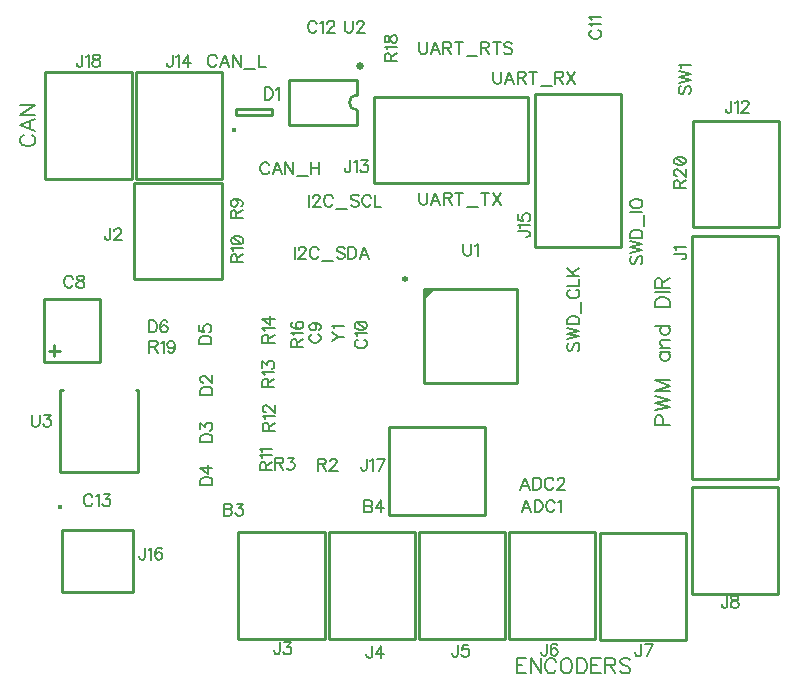
<source format=gbr>
G04 DipTrace 3.2.0.0*
G04 armboard1_layout_12PINCONNECTOR_TopSilk.gbr*
%MOMM*%
G04 #@! TF.FileFunction,Legend,Top*
G04 #@! TF.Part,Single*
%ADD10C,0.25*%
%ADD26O,0.39127X0.39157*%
%ADD37O,0.52705X0.52578*%
%ADD40C,0.63516*%
%ADD42C,0.39142*%
%ADD93C,0.15*%
%ADD94C,0.19608*%
%FSLAX35Y35*%
G04*
G71*
G90*
G75*
G01*
G04 TopSilk*
%LPD*%
X-3134337Y-311237D2*
D10*
X-3609337D1*
Y228763D1*
X-3134337D1*
Y-311237D1*
X-3524359Y-256211D2*
Y-166193D1*
X-3474342Y-216197D2*
X-3569342D1*
D26*
X-2005936Y1658557D3*
X-1982566Y1785914D2*
D10*
X-1682580D1*
Y1835939D1*
X-1982566D1*
Y1785914D1*
X1875587Y-1299200D2*
X2600587D1*
Y760800D1*
X1875587D1*
Y-1299200D1*
X-2851257Y398310D2*
X-2101257D1*
Y1208310D1*
X-2851257D1*
Y398310D1*
X-1967093Y-2653900D2*
X-1237093D1*
Y-1748900D1*
X-1967093D1*
Y-2653900D1*
X-1201700Y-2653660D2*
X-471700D1*
Y-1748660D1*
X-1201700D1*
Y-2653660D1*
X-438897Y-2655230D2*
X291103D1*
Y-1750230D1*
X-438897D1*
Y-2655230D1*
X323713Y-2656137D2*
X1053713D1*
Y-1751137D1*
X323713D1*
Y-2656137D1*
X1092637Y-2661530D2*
X1822637D1*
Y-1756530D1*
X1092637D1*
Y-2661530D1*
X1873197Y-2269560D2*
X2603197D1*
Y-1364560D1*
X1873197D1*
Y-2269560D1*
X2613597Y1736317D2*
X1883597D1*
Y831317D1*
X2613597D1*
Y1736317D1*
X-817957Y1933053D2*
X482043D1*
Y1208053D1*
X-817957D1*
Y1933053D1*
X-2104573Y2145927D2*
X-2834573D1*
Y1240927D1*
X-2104573D1*
Y2145927D1*
X1273377Y1961297D2*
X548377D1*
Y661297D1*
X1273377D1*
Y1961297D1*
X-3462308Y-1729537D2*
X-2862293D1*
Y-2259561D1*
X-3462308D1*
Y-1729537D1*
X117377Y-1605377D2*
X-692623D1*
Y-855377D1*
X117377D1*
Y-1605377D1*
X-2871373Y2145250D2*
X-3601373D1*
Y1240250D1*
X-2871373D1*
Y2145250D1*
X-395633Y306343D2*
X394307D1*
Y-483597D1*
X-395633D1*
Y306343D1*
G36*
D2*
Y214268D1*
X-303558Y306343D1*
X-395633D1*
G37*
D37*
X-553685Y398545D3*
X-962869Y1698549D2*
D10*
X-1534385D1*
Y2079551D1*
X-962869D1*
Y1952575D1*
Y1698549D2*
Y1825525D1*
Y1952575D2*
G03X-962869Y1825525I9J-63525D01*
G01*
D40*
X-940373Y2195795D3*
X-3475432Y-1242978D2*
D10*
X-2815433D1*
X-3475432Y-542981D2*
Y-1242978D1*
Y-542981D2*
X-3455455D1*
X-2815433D2*
Y-1242978D1*
Y-542981D2*
X-2835411D1*
D42*
X-3473062Y-1534941D3*
X511256Y-1578642D2*
D93*
X472285Y-1476554D1*
X433427Y-1578642D1*
X448027Y-1544612D2*
X496656D1*
X541256Y-1476554D2*
Y-1578642D1*
X575285D1*
X589885Y-1573700D1*
X599656Y-1564042D1*
X604485Y-1554271D1*
X609315Y-1539783D1*
Y-1515412D1*
X604485Y-1500812D1*
X599656Y-1491154D1*
X589885Y-1481383D1*
X575285Y-1476554D1*
X541256D1*
X712202Y-1500812D2*
X707373Y-1491154D1*
X697602Y-1481383D1*
X687944Y-1476554D1*
X668515D1*
X658744Y-1481383D1*
X649085Y-1491154D1*
X644144Y-1500812D1*
X639315Y-1515412D1*
Y-1539783D1*
X644144Y-1554271D1*
X649085Y-1564042D1*
X658744Y-1573700D1*
X668515Y-1578642D1*
X687944D1*
X697602Y-1573700D1*
X707373Y-1564042D1*
X712202Y-1554271D1*
X742202Y-1496095D2*
X751973Y-1491154D1*
X766573Y-1476666D1*
Y-1578642D1*
X499412Y-1388642D2*
X460442Y-1286554D1*
X421583Y-1388642D1*
X436183Y-1354612D2*
X484812D1*
X529412Y-1286554D2*
Y-1388642D1*
X563442D1*
X578042Y-1383700D1*
X587812Y-1374042D1*
X592642Y-1364271D1*
X597471Y-1349783D1*
Y-1325412D1*
X592642Y-1310812D1*
X587812Y-1301154D1*
X578042Y-1291383D1*
X563442Y-1286554D1*
X529412D1*
X700358Y-1310812D2*
X695529Y-1301154D1*
X685758Y-1291383D1*
X676100Y-1286554D1*
X656671D1*
X646900Y-1291383D1*
X637242Y-1301154D1*
X632300Y-1310812D1*
X627471Y-1325412D1*
Y-1349783D1*
X632300Y-1364271D1*
X637242Y-1374042D1*
X646900Y-1383700D1*
X656671Y-1388642D1*
X676100D1*
X685758Y-1383700D1*
X695529Y-1374042D1*
X700358Y-1364271D1*
X735300Y-1310925D2*
Y-1306095D1*
X740129Y-1296325D1*
X744958Y-1291495D1*
X754729Y-1286666D1*
X774158D1*
X783817Y-1291495D1*
X788646Y-1296325D1*
X793588Y-1306095D1*
Y-1315754D1*
X788646Y-1325525D1*
X778988Y-1340012D1*
X730358Y-1388642D1*
X798417D1*
X-2090145Y-1506474D2*
Y-1608562D1*
X-2046345D1*
X-2031745Y-1603620D1*
X-2026916Y-1598791D1*
X-2022087Y-1589132D1*
Y-1574532D1*
X-2026916Y-1564762D1*
X-2031745Y-1559932D1*
X-2046345Y-1555103D1*
X-2031745Y-1550162D1*
X-2026916Y-1545332D1*
X-2022087Y-1535674D1*
Y-1525903D1*
X-2026916Y-1516245D1*
X-2031745Y-1511303D1*
X-2046345Y-1506474D1*
X-2090145D1*
Y-1555103D2*
X-2046345D1*
X-1982316Y-1506586D2*
X-1928970D1*
X-1958057Y-1545445D1*
X-1943457D1*
X-1933799Y-1550274D1*
X-1928970Y-1555103D1*
X-1924028Y-1569703D1*
Y-1579362D1*
X-1928970Y-1593962D1*
X-1938628Y-1603732D1*
X-1953228Y-1608562D1*
X-1967828D1*
X-1982316Y-1603732D1*
X-1987145Y-1598791D1*
X-1992087Y-1589132D1*
X-901586Y-1479877D2*
Y-1581965D1*
X-857786D1*
X-843186Y-1577023D1*
X-838357Y-1572194D1*
X-833528Y-1562536D1*
Y-1547936D1*
X-838357Y-1538165D1*
X-843186Y-1533336D1*
X-857786Y-1528506D1*
X-843186Y-1523565D1*
X-838357Y-1518736D1*
X-833528Y-1509077D1*
Y-1499306D1*
X-838357Y-1489648D1*
X-843186Y-1484706D1*
X-857786Y-1479877D1*
X-901586D1*
Y-1528506D2*
X-857786D1*
X-754899Y-1581965D2*
Y-1479989D1*
X-803528Y-1547936D1*
X-730640D1*
X-3368226Y397634D2*
X-3373055Y407293D1*
X-3382826Y417064D1*
X-3392484Y421893D1*
X-3411914D1*
X-3421684Y417064D1*
X-3431343Y407293D1*
X-3436284Y397634D1*
X-3441114Y383034D1*
Y358664D1*
X-3436284Y344176D1*
X-3431343Y334405D1*
X-3421684Y324747D1*
X-3411914Y319805D1*
X-3392484D1*
X-3382826Y324747D1*
X-3373055Y334405D1*
X-3368226Y344176D1*
X-3313967Y421781D2*
X-3328455Y416951D1*
X-3333397Y407293D1*
Y397522D1*
X-3328455Y387864D1*
X-3318797Y382922D1*
X-3299367Y378093D1*
X-3284767Y373264D1*
X-3275109Y363493D1*
X-3270280Y353834D1*
Y339234D1*
X-3275109Y329576D1*
X-3279938Y324634D1*
X-3294538Y319805D1*
X-3313967D1*
X-3328455Y324634D1*
X-3333397Y329576D1*
X-3338226Y339234D1*
Y353834D1*
X-3333397Y363493D1*
X-3323626Y373264D1*
X-3309138Y378093D1*
X-3289709Y382922D1*
X-3279938Y387864D1*
X-3275109Y397522D1*
Y407293D1*
X-3279938Y416951D1*
X-3294538Y421781D1*
X-3313967D1*
X-1344941Y-70964D2*
X-1354599Y-75793D1*
X-1364370Y-85564D1*
X-1369199Y-95222D1*
Y-114651D1*
X-1364370Y-124422D1*
X-1354599Y-134081D1*
X-1344941Y-139022D1*
X-1330341Y-143851D1*
X-1305970D1*
X-1291483Y-139022D1*
X-1281712Y-134081D1*
X-1272053Y-124422D1*
X-1267112Y-114652D1*
Y-95222D1*
X-1272053Y-85564D1*
X-1281712Y-75793D1*
X-1291482Y-70964D1*
X-1335170Y22265D2*
X-1320570Y17324D1*
X-1310799Y7665D1*
X-1305970Y-6935D1*
Y-11764D1*
X-1310799Y-26364D1*
X-1320570Y-36022D1*
X-1335170Y-40964D1*
X-1339999D1*
X-1354599Y-36022D1*
X-1364258Y-26364D1*
X-1369087Y-11764D1*
Y-6935D1*
X-1364258Y7665D1*
X-1354599Y17324D1*
X-1335170Y22265D1*
X-1310799D1*
X-1286541Y17324D1*
X-1271941Y7665D1*
X-1267112Y-6935D1*
Y-16593D1*
X-1271941Y-31193D1*
X-1281712Y-36022D1*
X-955721Y-118477D2*
X-965379Y-123306D1*
X-975150Y-133077D1*
X-979979Y-142736D1*
Y-162165D1*
X-975150Y-171936D1*
X-965379Y-181594D1*
X-955721Y-186536D1*
X-941121Y-191365D1*
X-916750D1*
X-902263Y-186536D1*
X-892492Y-181594D1*
X-882833Y-171936D1*
X-877892Y-162165D1*
Y-142736D1*
X-882833Y-133077D1*
X-892492Y-123307D1*
X-902262Y-118477D1*
X-960438Y-88477D2*
X-965379Y-78706D1*
X-979867Y-64106D1*
X-877892Y-64107D1*
X-979867Y-4907D2*
X-975038Y-19507D1*
X-960438Y-29277D1*
X-936179Y-34107D1*
X-921579D1*
X-897321Y-29277D1*
X-882721Y-19507D1*
X-877892Y-4907D1*
Y4752D1*
X-882721Y19352D1*
X-897321Y29010D1*
X-921579Y33952D1*
X-936179D1*
X-960438Y29010D1*
X-975038Y19352D1*
X-979867Y4752D1*
Y-4907D1*
X-960438Y29010D2*
X-897321Y-29277D1*
X1028826Y2503160D2*
X1019167Y2498331D1*
X1009397Y2488560D1*
X1004567Y2478902D1*
Y2459472D1*
X1009396Y2449702D1*
X1019167Y2440043D1*
X1028826Y2435102D1*
X1043426Y2430272D1*
X1067796D1*
X1082284Y2435102D1*
X1092055Y2440043D1*
X1101713Y2449702D1*
X1106655Y2459472D1*
Y2478901D1*
X1101713Y2488560D1*
X1092055Y2498331D1*
X1082284Y2503160D1*
X1024109Y2533160D2*
X1019167Y2542931D1*
X1004680Y2557531D1*
X1106655D1*
X1024109Y2587531D2*
X1019167Y2597301D1*
X1004680Y2611901D1*
X1106655D1*
X-1303527Y2555438D2*
X-1308357Y2565096D1*
X-1318127Y2574867D1*
X-1327786Y2579696D1*
X-1347215D1*
X-1356986Y2574867D1*
X-1366644Y2565096D1*
X-1371586Y2555438D1*
X-1376415Y2540838D1*
Y2516467D1*
X-1371586Y2501979D1*
X-1366644Y2492208D1*
X-1356986Y2482550D1*
X-1347215Y2477608D1*
X-1327786D1*
X-1318127Y2482550D1*
X-1308357Y2492208D1*
X-1303527Y2501979D1*
X-1273527Y2560155D2*
X-1263757Y2565096D1*
X-1249157Y2579584D1*
Y2477608D1*
X-1214215Y2555325D2*
Y2560155D1*
X-1209386Y2569925D1*
X-1204557Y2574755D1*
X-1194786Y2579584D1*
X-1175357D1*
X-1165698Y2574755D1*
X-1160869Y2569925D1*
X-1155927Y2560155D1*
Y2550496D1*
X-1160869Y2540725D1*
X-1170527Y2526238D1*
X-1219157Y2477608D1*
X-1151098D1*
X-3202104Y-1451379D2*
X-3206933Y-1441721D1*
X-3216704Y-1431950D1*
X-3226363Y-1427121D1*
X-3245792D1*
X-3255563Y-1431950D1*
X-3265221Y-1441721D1*
X-3270163Y-1451379D1*
X-3274992Y-1465979D1*
Y-1490350D1*
X-3270163Y-1504837D1*
X-3265221Y-1514608D1*
X-3255563Y-1524267D1*
X-3245792Y-1529208D1*
X-3226363D1*
X-3216704Y-1524267D1*
X-3206933Y-1514608D1*
X-3202104Y-1504837D1*
X-3172104Y-1446662D2*
X-3162333Y-1441721D1*
X-3147733Y-1427233D1*
Y-1529208D1*
X-3107963Y-1427233D2*
X-3054616D1*
X-3083704Y-1466091D1*
X-3069104D1*
X-3059446Y-1470921D1*
X-3054616Y-1475750D1*
X-3049675Y-1490350D1*
Y-1500008D1*
X-3054616Y-1514608D1*
X-3064275Y-1524379D1*
X-3078875Y-1529208D1*
X-3093475D1*
X-3107963Y-1524379D1*
X-3112792Y-1519437D1*
X-3117733Y-1509779D1*
X-1706688Y1359188D2*
X-1711517Y1368846D1*
X-1721288Y1378617D1*
X-1730946Y1383446D1*
X-1750375D1*
X-1760146Y1378617D1*
X-1769805Y1368846D1*
X-1774746Y1359188D1*
X-1779575Y1344588D1*
Y1320217D1*
X-1774746Y1305729D1*
X-1769805Y1295958D1*
X-1760146Y1286300D1*
X-1750375Y1281358D1*
X-1730946D1*
X-1721288Y1286300D1*
X-1711517Y1295958D1*
X-1706688Y1305729D1*
X-1598858Y1281358D2*
X-1637829Y1383446D1*
X-1676688Y1281358D1*
X-1662088Y1315388D2*
X-1613458D1*
X-1500800Y1383446D2*
Y1281358D1*
X-1568858Y1383446D1*
Y1281358D1*
X-1470800Y1264512D2*
X-1378483D1*
X-1348483Y1383446D2*
Y1281358D1*
X-1280425Y1383446D2*
Y1281358D1*
X-1348483Y1334817D2*
X-1280425D1*
X-2151802Y2269188D2*
X-2156632Y2278846D1*
X-2166402Y2288617D1*
X-2176061Y2293446D1*
X-2195490D1*
X-2205261Y2288617D1*
X-2214919Y2278846D1*
X-2219861Y2269188D1*
X-2224690Y2254588D1*
Y2230217D1*
X-2219861Y2215729D1*
X-2214919Y2205958D1*
X-2205261Y2196300D1*
X-2195490Y2191358D1*
X-2176061D1*
X-2166402Y2196300D1*
X-2156632Y2205958D1*
X-2151802Y2215729D1*
X-2043973Y2191358D2*
X-2082944Y2293446D1*
X-2121802Y2191358D1*
X-2107202Y2225388D2*
X-2058573D1*
X-1945915Y2293446D2*
Y2191358D1*
X-2013973Y2293446D1*
Y2191358D1*
X-1915915Y2174512D2*
X-1823598D1*
X-1793598Y2293446D2*
Y2191358D1*
X-1735310D1*
X-1745458Y2016166D2*
Y1914078D1*
X-1711429D1*
X-1696829Y1919020D1*
X-1687058Y1928678D1*
X-1682229Y1938449D1*
X-1677399Y1952937D1*
Y1977308D1*
X-1682229Y1991908D1*
X-1687058Y2001566D1*
X-1696829Y2011337D1*
X-1711429Y2016166D1*
X-1745458D1*
X-1647399Y1996625D2*
X-1637629Y2001566D1*
X-1623029Y2016054D1*
Y1914078D1*
X-2288563Y-586548D2*
X-2186475D1*
Y-552519D1*
X-2191417Y-537919D1*
X-2201075Y-528148D1*
X-2210846Y-523319D1*
X-2225333Y-518490D1*
X-2249704D1*
X-2264304Y-523319D1*
X-2273963Y-528148D1*
X-2283733Y-537919D1*
X-2288563Y-552519D1*
Y-586548D1*
X-2264192Y-483548D2*
X-2269021D1*
X-2278792Y-478719D1*
X-2283621Y-473890D1*
X-2288450Y-464119D1*
Y-444690D1*
X-2283621Y-435031D1*
X-2278792Y-430202D1*
X-2269021Y-425261D1*
X-2259363D1*
X-2249592Y-430202D1*
X-2235104Y-439861D1*
X-2186475Y-488490D1*
Y-420432D1*
X-2288563Y-987548D2*
X-2186475D1*
Y-953519D1*
X-2191417Y-938919D1*
X-2201075Y-929148D1*
X-2210846Y-924319D1*
X-2225333Y-919490D1*
X-2249704D1*
X-2264304Y-924319D1*
X-2273963Y-929148D1*
X-2283733Y-938919D1*
X-2288563Y-953519D1*
Y-987548D1*
X-2288450Y-879719D2*
Y-826373D1*
X-2249592Y-855461D1*
Y-840861D1*
X-2244763Y-831202D1*
X-2239933Y-826373D1*
X-2225333Y-821431D1*
X-2215675D1*
X-2201075Y-826373D1*
X-2191304Y-836032D1*
X-2186475Y-850632D1*
Y-865232D1*
X-2191304Y-879719D1*
X-2196246Y-884548D1*
X-2205904Y-889490D1*
X-2288563Y-1350963D2*
X-2186475D1*
Y-1316934D1*
X-2191417Y-1302334D1*
X-2201075Y-1292563D1*
X-2210846Y-1287734D1*
X-2225333Y-1282904D1*
X-2249704D1*
X-2264304Y-1287734D1*
X-2273963Y-1292563D1*
X-2283733Y-1302334D1*
X-2288563Y-1316934D1*
Y-1350963D1*
X-2186475Y-1204275D2*
X-2288450D1*
X-2220504Y-1252904D1*
Y-1180017D1*
X-2298563Y-155548D2*
X-2196475D1*
Y-121519D1*
X-2201417Y-106919D1*
X-2211075Y-97148D1*
X-2220846Y-92319D1*
X-2235333Y-87490D1*
X-2259704D1*
X-2274304Y-92319D1*
X-2283963Y-97148D1*
X-2293733Y-106919D1*
X-2298563Y-121519D1*
Y-155548D1*
X-2298450Y798D2*
Y-47719D1*
X-2254763Y-52548D1*
X-2259592Y-47719D1*
X-2264533Y-33119D1*
Y-18631D1*
X-2259592Y-4031D1*
X-2249933Y5739D1*
X-2235333Y10569D1*
X-2225675D1*
X-2211075Y5739D1*
X-2201304Y-4032D1*
X-2196475Y-18632D1*
Y-33119D1*
X-2201304Y-47719D1*
X-2206246Y-52548D1*
X-2215904Y-57490D1*
X-2726174Y43873D2*
Y-58215D1*
X-2692145D1*
X-2677545Y-53273D1*
X-2667774Y-43615D1*
X-2662945Y-33844D1*
X-2658116Y-19356D1*
Y5014D1*
X-2662945Y19614D1*
X-2667774Y29273D1*
X-2677545Y39044D1*
X-2692145Y43873D1*
X-2726174D1*
X-2569828Y29273D2*
X-2574657Y38931D1*
X-2589257Y43761D1*
X-2598916D1*
X-2613516Y38931D1*
X-2623287Y24331D1*
X-2628116Y73D1*
Y-24186D1*
X-2623287Y-43615D1*
X-2613516Y-53386D1*
X-2598916Y-58215D1*
X-2594087D1*
X-2579599Y-53386D1*
X-2569828Y-43615D1*
X-2564999Y-29015D1*
Y-24186D1*
X-2569828Y-9586D1*
X-2579599Y73D1*
X-2594087Y4902D1*
X-2598916D1*
X-2613516Y73D1*
X-2623287Y-9586D1*
X-2628116Y-24186D1*
X-1368225Y1108309D2*
Y1006222D1*
X-1333284Y1083939D2*
Y1088768D1*
X-1328454Y1098539D1*
X-1323625Y1103368D1*
X-1313854Y1108197D1*
X-1294425D1*
X-1284767Y1103368D1*
X-1279937Y1098539D1*
X-1274996Y1088768D1*
Y1079109D1*
X-1279937Y1069339D1*
X-1289596Y1054851D1*
X-1338225Y1006222D1*
X-1270167D1*
X-1167279Y1084051D2*
X-1172108Y1093709D1*
X-1181879Y1103480D1*
X-1191537Y1108309D1*
X-1210967D1*
X-1220737Y1103480D1*
X-1230396Y1093709D1*
X-1235337Y1084051D1*
X-1240167Y1069451D1*
Y1045080D1*
X-1235337Y1030593D1*
X-1230396Y1020822D1*
X-1220737Y1011163D1*
X-1210967Y1006222D1*
X-1191537D1*
X-1181879Y1011163D1*
X-1172108Y1020822D1*
X-1167279Y1030593D1*
X-1137279Y989376D2*
X-1044962D1*
X-946904Y1093709D2*
X-956562Y1103480D1*
X-971162Y1108309D1*
X-990591D1*
X-1005191Y1103480D1*
X-1014962Y1093709D1*
Y1084051D1*
X-1010021Y1074280D1*
X-1005191Y1069451D1*
X-995533Y1064622D1*
X-966333Y1054851D1*
X-956562Y1050022D1*
X-951733Y1045080D1*
X-946904Y1035422D1*
Y1020822D1*
X-956562Y1011163D1*
X-971162Y1006222D1*
X-990591D1*
X-1005191Y1011163D1*
X-1014962Y1020822D1*
X-844016Y1084051D2*
X-848845Y1093709D1*
X-858616Y1103480D1*
X-868274Y1108309D1*
X-887704D1*
X-897474Y1103480D1*
X-907133Y1093709D1*
X-912074Y1084051D1*
X-916904Y1069451D1*
Y1045080D1*
X-912074Y1030593D1*
X-907133Y1020822D1*
X-897474Y1011163D1*
X-887704Y1006222D1*
X-868274D1*
X-858616Y1011163D1*
X-848845Y1020822D1*
X-844016Y1030593D1*
X-814016Y1108309D2*
Y1006222D1*
X-755728D1*
X-1488955Y666733D2*
Y564645D1*
X-1454013Y642362D2*
Y647191D1*
X-1449184Y656962D1*
X-1444355Y661791D1*
X-1434584Y666621D1*
X-1415155D1*
X-1405496Y661791D1*
X-1400667Y656962D1*
X-1395725Y647191D1*
Y637533D1*
X-1400667Y627762D1*
X-1410325Y613274D1*
X-1458955Y564645D1*
X-1390896D1*
X-1288008Y642474D2*
X-1292838Y652133D1*
X-1302608Y661904D1*
X-1312267Y666733D1*
X-1331696D1*
X-1341467Y661904D1*
X-1351125Y652133D1*
X-1356067Y642474D1*
X-1360896Y627874D1*
Y603504D1*
X-1356067Y589016D1*
X-1351125Y579245D1*
X-1341467Y569587D1*
X-1331696Y564645D1*
X-1312267D1*
X-1302608Y569587D1*
X-1292838Y579245D1*
X-1288008Y589016D1*
X-1258008Y547799D2*
X-1165692D1*
X-1067633Y652133D2*
X-1077292Y661904D1*
X-1091892Y666733D1*
X-1111321D1*
X-1125921Y661904D1*
X-1135692Y652133D1*
Y642474D1*
X-1130750Y632704D1*
X-1125921Y627874D1*
X-1116262Y623045D1*
X-1087062Y613274D1*
X-1077292Y608445D1*
X-1072462Y603504D1*
X-1067633Y593845D1*
Y579245D1*
X-1077292Y569587D1*
X-1091892Y564645D1*
X-1111321D1*
X-1125921Y569587D1*
X-1135692Y579245D1*
X-1037633Y666733D2*
Y564645D1*
X-1003604D1*
X-989004Y569587D1*
X-979233Y579245D1*
X-974404Y589016D1*
X-969575Y603504D1*
Y627874D1*
X-974404Y642474D1*
X-979233Y652133D1*
X-989004Y661904D1*
X-1003604Y666733D1*
X-1037633D1*
X-861745Y564645D2*
X-900716Y666733D1*
X-939575Y564645D1*
X-924975Y598674D2*
X-876345D1*
X1723211Y609233D2*
X1800928D1*
X1815528Y604404D1*
X1820357Y599462D1*
X1825298Y589804D1*
Y580033D1*
X1820357Y570374D1*
X1815527Y565545D1*
X1800927Y560604D1*
X1791269D1*
X1742752Y639233D2*
X1737811Y649004D1*
X1723323Y663604D1*
X1825298Y663603D1*
X-3050971Y826756D2*
Y749039D1*
X-3055801Y734439D1*
X-3060742Y729610D1*
X-3070401Y724668D1*
X-3080171D1*
X-3089830Y729610D1*
X-3094659Y734439D1*
X-3099601Y749039D1*
Y758698D1*
X-3016030Y802385D2*
Y807215D1*
X-3011201Y816985D1*
X-3006371Y821815D1*
X-2996601Y826644D1*
X-2977171D1*
X-2967513Y821815D1*
X-2962684Y816985D1*
X-2957742Y807215D1*
Y797556D1*
X-2962684Y787785D1*
X-2972342Y773298D1*
X-3020971Y724668D1*
X-2952913D1*
X-1616808Y-2680454D2*
Y-2758171D1*
X-1621637Y-2772771D1*
X-1626579Y-2777600D1*
X-1636237Y-2782542D1*
X-1646008D1*
X-1655666Y-2777600D1*
X-1660496Y-2772771D1*
X-1665437Y-2758171D1*
Y-2748512D1*
X-1577037Y-2680566D2*
X-1523691D1*
X-1552779Y-2719425D1*
X-1538179D1*
X-1528520Y-2724254D1*
X-1523691Y-2729083D1*
X-1518749Y-2743683D1*
Y-2753342D1*
X-1523691Y-2767942D1*
X-1533349Y-2777712D1*
X-1547949Y-2782542D1*
X-1562549D1*
X-1577037Y-2777712D1*
X-1581866Y-2772771D1*
X-1586808Y-2763112D1*
X-833829Y-2710214D2*
Y-2787931D1*
X-838658Y-2802531D1*
X-843600Y-2807360D1*
X-853258Y-2812302D1*
X-863029D1*
X-872688Y-2807360D1*
X-877517Y-2802531D1*
X-882458Y-2787931D1*
Y-2778272D1*
X-755200Y-2812302D2*
Y-2710326D1*
X-803829Y-2778272D1*
X-730942D1*
X-108611Y-2701784D2*
Y-2779501D1*
X-113441Y-2794101D1*
X-118382Y-2798930D1*
X-128041Y-2803872D1*
X-137811D1*
X-147470Y-2798930D1*
X-152299Y-2794101D1*
X-157241Y-2779501D1*
Y-2769842D1*
X-20324Y-2701896D2*
X-68841D1*
X-73670Y-2745584D1*
X-68841Y-2740755D1*
X-54241Y-2735813D1*
X-39753D1*
X-25153Y-2740755D1*
X-15382Y-2750413D1*
X-10553Y-2765013D1*
Y-2774672D1*
X-15382Y-2789272D1*
X-25153Y-2799042D1*
X-39753Y-2803872D1*
X-54241D1*
X-68841Y-2799042D1*
X-73670Y-2794101D1*
X-78611Y-2784442D1*
X646469Y-2692691D2*
Y-2770407D1*
X641640Y-2785007D1*
X636699Y-2789837D1*
X627040Y-2794778D1*
X617269D1*
X607611Y-2789837D1*
X602782Y-2785007D1*
X597840Y-2770407D1*
Y-2760749D1*
X734757Y-2707291D2*
X729928Y-2697632D1*
X715328Y-2692803D1*
X705669D1*
X691069Y-2697632D1*
X681299Y-2712232D1*
X676469Y-2736491D1*
Y-2760749D1*
X681299Y-2780178D1*
X691069Y-2789949D1*
X705669Y-2794778D1*
X710499D1*
X724986Y-2789949D1*
X734757Y-2780178D1*
X739586Y-2765578D1*
Y-2760749D1*
X734757Y-2746149D1*
X724986Y-2736491D1*
X710499Y-2731661D1*
X705669D1*
X691069Y-2736491D1*
X681299Y-2746149D1*
X676469Y-2760749D1*
X1442922Y-2698084D2*
Y-2775801D1*
X1438093Y-2790401D1*
X1433151Y-2795230D1*
X1423493Y-2800172D1*
X1413722D1*
X1404064Y-2795230D1*
X1399234Y-2790401D1*
X1394293Y-2775801D1*
Y-2766142D1*
X1492351Y-2800172D2*
X1540981Y-2698196D1*
X1472922D1*
X2173538Y-2286114D2*
Y-2363831D1*
X2168709Y-2378431D1*
X2163767Y-2383260D1*
X2154109Y-2388202D1*
X2144338D1*
X2134680Y-2383260D1*
X2129851Y-2378431D1*
X2124909Y-2363831D1*
Y-2354172D1*
X2227797Y-2286226D2*
X2213309Y-2291055D1*
X2208367Y-2300714D1*
Y-2310485D1*
X2213309Y-2320143D1*
X2222967Y-2325085D1*
X2242397Y-2329914D1*
X2256997Y-2334743D1*
X2266655Y-2344514D1*
X2271484Y-2354172D1*
Y-2368772D1*
X2266655Y-2378431D1*
X2261826Y-2383372D1*
X2247226Y-2388202D1*
X2227797D1*
X2213309Y-2383372D1*
X2208367Y-2378431D1*
X2203538Y-2368772D1*
Y-2354172D1*
X2208367Y-2344514D1*
X2218138Y-2334743D1*
X2232626Y-2329914D1*
X2252055Y-2325085D1*
X2261826Y-2320143D1*
X2266655Y-2310485D1*
Y-2300714D1*
X2261826Y-2291055D1*
X2247226Y-2286226D1*
X2227797D1*
X2206697Y1904763D2*
Y1827046D1*
X2201867Y1812446D1*
X2196926Y1807617D1*
X2187267Y1802675D1*
X2177497D1*
X2167838Y1807617D1*
X2163009Y1812446D1*
X2158067Y1827046D1*
Y1836704D1*
X2236697Y1885221D2*
X2246467Y1890163D1*
X2261067Y1904651D1*
Y1802675D1*
X2296009Y1880392D2*
Y1885221D1*
X2300838Y1894992D1*
X2305667Y1899821D1*
X2315438Y1904651D1*
X2334867D1*
X2344526Y1899821D1*
X2349355Y1894992D1*
X2354297Y1885221D1*
Y1875563D1*
X2349355Y1865792D1*
X2339697Y1851304D1*
X2291067Y1802675D1*
X2359126D1*
X-1019267Y1401309D2*
Y1323593D1*
X-1024096Y1308993D1*
X-1029037Y1304163D1*
X-1038696Y1299222D1*
X-1048467D1*
X-1058125Y1304163D1*
X-1062954Y1308993D1*
X-1067896Y1323593D1*
Y1333251D1*
X-989267Y1381768D2*
X-979496Y1386709D1*
X-964896Y1401197D1*
Y1299222D1*
X-925125Y1401197D2*
X-871779D1*
X-900867Y1362339D1*
X-886267D1*
X-876608Y1357509D1*
X-871779Y1352680D1*
X-866837Y1338080D1*
Y1328422D1*
X-871779Y1313822D1*
X-881437Y1304051D1*
X-896037Y1299222D1*
X-910637D1*
X-925125Y1304051D1*
X-929954Y1308993D1*
X-934896Y1318651D1*
X-2523888Y2294373D2*
Y2216656D1*
X-2528717Y2202056D1*
X-2533659Y2197227D1*
X-2543317Y2192285D1*
X-2553088D1*
X-2562746Y2197227D1*
X-2567576Y2202056D1*
X-2572517Y2216656D1*
Y2226314D1*
X-2493888Y2274831D2*
X-2484117Y2279773D1*
X-2469517Y2294261D1*
Y2192285D1*
X-2390888D2*
Y2294261D1*
X-2439517Y2226314D1*
X-2366629D1*
X402431Y799397D2*
X480148D1*
X494748Y794568D1*
X499577Y789626D1*
X504518Y779968D1*
Y770197D1*
X499577Y760539D1*
X494747Y755709D1*
X480147Y750768D1*
X470489D1*
X421972Y829397D2*
X417031Y839168D1*
X402543Y853768D1*
X504518Y853767D1*
X402543Y942055D2*
Y893538D1*
X446231Y888709D1*
X441401Y893538D1*
X436460Y908138D1*
Y922626D1*
X441401Y937226D1*
X451060Y946997D1*
X465660Y951826D1*
X475318D1*
X489918Y946997D1*
X499689Y937226D1*
X504518Y922626D1*
Y908138D1*
X499689Y893538D1*
X494748Y888709D1*
X485089Y883767D1*
X-2756723Y-1881091D2*
Y-1958807D1*
X-2761552Y-1973407D1*
X-2766493Y-1978237D1*
X-2776152Y-1983178D1*
X-2785923D1*
X-2795581Y-1978237D1*
X-2800410Y-1973407D1*
X-2805352Y-1958807D1*
Y-1949149D1*
X-2726723Y-1900632D2*
X-2716952Y-1895691D1*
X-2702352Y-1881203D1*
Y-1983178D1*
X-2614064Y-1895691D2*
X-2618893Y-1886032D1*
X-2633493Y-1881203D1*
X-2643152D1*
X-2657752Y-1886032D1*
X-2667523Y-1900632D1*
X-2672352Y-1924891D1*
Y-1949149D1*
X-2667523Y-1968578D1*
X-2657752Y-1978349D1*
X-2643152Y-1983178D1*
X-2638323D1*
X-2623835Y-1978349D1*
X-2614064Y-1968578D1*
X-2609235Y-1953978D1*
Y-1949149D1*
X-2614064Y-1934549D1*
X-2623835Y-1924891D1*
X-2638323Y-1920061D1*
X-2643152D1*
X-2657752Y-1924891D1*
X-2667523Y-1934549D1*
X-2672352Y-1949149D1*
X-879523Y-1126931D2*
Y-1204647D1*
X-884353Y-1219247D1*
X-889294Y-1224077D1*
X-898953Y-1229018D1*
X-908723D1*
X-918382Y-1224077D1*
X-923211Y-1219247D1*
X-928153Y-1204647D1*
Y-1194989D1*
X-849523Y-1146472D2*
X-839753Y-1141531D1*
X-825153Y-1127043D1*
Y-1229018D1*
X-775723D2*
X-727094Y-1127043D1*
X-795153D1*
X-3288217Y2293696D2*
Y2215979D1*
X-3293046Y2201379D1*
X-3297988Y2196550D1*
X-3307646Y2191608D1*
X-3317417D1*
X-3327076Y2196550D1*
X-3331905Y2201379D1*
X-3336846Y2215979D1*
Y2225638D1*
X-3258217Y2274155D2*
X-3248446Y2279096D1*
X-3233846Y2293584D1*
Y2191608D1*
X-3179588Y2293584D2*
X-3194076Y2288755D1*
X-3199017Y2279096D1*
Y2269325D1*
X-3194076Y2259667D1*
X-3184417Y2254725D1*
X-3164988Y2249896D1*
X-3150388Y2245067D1*
X-3140729Y2235296D1*
X-3135900Y2225638D1*
Y2211038D1*
X-3140729Y2201379D1*
X-3145559Y2196438D1*
X-3160159Y2191608D1*
X-3179588D1*
X-3194076Y2196438D1*
X-3199017Y2201379D1*
X-3203846Y2211038D1*
Y2225638D1*
X-3199017Y2235296D1*
X-3189246Y2245067D1*
X-3174759Y2249896D1*
X-3155329Y2254725D1*
X-3145559Y2259667D1*
X-3140729Y2269325D1*
Y2279096D1*
X-3145559Y2288755D1*
X-3160159Y2293584D1*
X-3179588D1*
X-1293225Y-1174650D2*
X-1249537D1*
X-1234937Y-1169708D1*
X-1229996Y-1164879D1*
X-1225167Y-1155221D1*
Y-1145450D1*
X-1229996Y-1135791D1*
X-1234937Y-1130850D1*
X-1249537Y-1126021D1*
X-1293225D1*
Y-1228108D1*
X-1259196Y-1174650D2*
X-1225167Y-1228108D1*
X-1190225Y-1150391D2*
Y-1145562D1*
X-1185396Y-1135791D1*
X-1180567Y-1130962D1*
X-1170796Y-1126133D1*
X-1151367D1*
X-1141708Y-1130962D1*
X-1136879Y-1135791D1*
X-1131937Y-1145562D1*
Y-1155221D1*
X-1136879Y-1164991D1*
X-1146537Y-1179479D1*
X-1195167Y-1228108D1*
X-1127108D1*
X-1656162Y-1167493D2*
X-1612474D1*
X-1597874Y-1162552D1*
X-1592933Y-1157722D1*
X-1588103Y-1148064D1*
Y-1138293D1*
X-1592933Y-1128635D1*
X-1597874Y-1123693D1*
X-1612474Y-1118864D1*
X-1656162D1*
Y-1220952D1*
X-1622133Y-1167493D2*
X-1588103Y-1220952D1*
X-1548333Y-1118976D2*
X-1494986D1*
X-1524074Y-1157835D1*
X-1509474D1*
X-1499816Y-1162664D1*
X-1494986Y-1167493D1*
X-1490045Y-1182093D1*
Y-1191752D1*
X-1494986Y-1206352D1*
X-1504645Y-1216122D1*
X-1519245Y-1220952D1*
X-1533845D1*
X-1548333Y-1216122D1*
X-1553162Y-1211181D1*
X-1558103Y-1201522D1*
X-1984104Y907666D2*
X-1984103Y951354D1*
X-1989045Y965954D1*
X-1993874Y970896D1*
X-2003533Y975725D1*
X-2013303D1*
X-2022962Y970896D1*
X-2027903Y965954D1*
X-2032733Y951354D1*
Y907666D1*
X-1930645D1*
X-1984103Y941696D2*
X-1930645Y975725D1*
X-1998703Y1068954D2*
X-1984103Y1064012D1*
X-1974333Y1054354D1*
X-1969503Y1039754D1*
Y1034925D1*
X-1974333Y1020325D1*
X-1984103Y1010666D1*
X-1998703Y1005725D1*
X-2003533D1*
X-2018133Y1010666D1*
X-2027791Y1020325D1*
X-2032620Y1034925D1*
Y1039754D1*
X-2027791Y1054354D1*
X-2018133Y1064012D1*
X-1998703Y1068954D1*
X-1974333D1*
X-1950074Y1064012D1*
X-1935474Y1054354D1*
X-1930645Y1039754D1*
Y1030095D1*
X-1935474Y1015495D1*
X-1945245Y1010666D1*
X-1979834Y534660D2*
X-1979833Y578347D1*
X-1984775Y592947D1*
X-1989604Y597889D1*
X-1999263Y602718D1*
X-2009033D1*
X-2018692Y597889D1*
X-2023633Y592947D1*
X-2028463Y578347D1*
Y534660D1*
X-1926375D1*
X-1979833Y568689D2*
X-1926375Y602718D1*
X-2008921Y632718D2*
X-2013863Y642489D1*
X-2028350Y657089D1*
X-1926375D1*
X-2028350Y716289D2*
X-2023521Y701689D1*
X-2008921Y691918D1*
X-1984663Y687089D1*
X-1970063D1*
X-1945804Y691918D1*
X-1931204Y701689D1*
X-1926375Y716289D1*
Y725947D1*
X-1931204Y740547D1*
X-1945804Y750206D1*
X-1970063Y755147D1*
X-1984663D1*
X-2008921Y750206D1*
X-2023521Y740547D1*
X-2028350Y725947D1*
Y716289D1*
X-2008921Y750206D2*
X-1945804Y691918D1*
X-1733824Y-1220306D2*
X-1733823Y-1176619D1*
X-1738765Y-1162019D1*
X-1743594Y-1157077D1*
X-1753253Y-1152248D1*
X-1763023D1*
X-1772682Y-1157077D1*
X-1777623Y-1162019D1*
X-1782453Y-1176619D1*
Y-1220306D1*
X-1680365D1*
X-1733823Y-1186277D2*
X-1680365Y-1152248D1*
X-1762911Y-1122248D2*
X-1767853Y-1112477D1*
X-1782340Y-1097877D1*
X-1680365D1*
X-1762911Y-1067877D2*
X-1767853Y-1058107D1*
X-1782340Y-1043507D1*
X-1680365D1*
X-1710767Y-890307D2*
Y-846619D1*
X-1715708Y-832019D1*
X-1720538Y-827078D1*
X-1730196Y-822248D1*
X-1739967D1*
X-1749625Y-827078D1*
X-1754567Y-832019D1*
X-1759396Y-846619D1*
Y-890307D1*
X-1657308D1*
X-1710767Y-856278D2*
X-1657308Y-822249D1*
X-1739854Y-792249D2*
X-1744796Y-782478D1*
X-1759284Y-767878D1*
X-1657308D1*
X-1735025Y-732936D2*
X-1739854D1*
X-1749625Y-728107D1*
X-1754454Y-723278D1*
X-1759284Y-713507D1*
Y-694078D1*
X-1754454Y-684419D1*
X-1749625Y-679590D1*
X-1739854Y-674649D1*
X-1730196D1*
X-1720425Y-679590D1*
X-1705938Y-689249D1*
X-1657308Y-737878D1*
Y-669819D1*
X-1714487Y-518957D2*
Y-475269D1*
X-1719428Y-460669D1*
X-1724258Y-455728D1*
X-1733916Y-450898D1*
X-1743687D1*
X-1753345Y-455728D1*
X-1758287Y-460669D1*
X-1763116Y-475269D1*
Y-518957D1*
X-1661028D1*
X-1714487Y-484928D2*
X-1661028Y-450899D1*
X-1743574Y-420899D2*
X-1748516Y-411128D1*
X-1763004Y-396528D1*
X-1661028D1*
X-1763004Y-356757D2*
Y-303411D1*
X-1724145Y-332499D1*
Y-317899D1*
X-1719316Y-308240D1*
X-1714487Y-303411D1*
X-1699887Y-298469D1*
X-1690228D1*
X-1675628Y-303411D1*
X-1665858Y-313069D1*
X-1661028Y-327669D1*
Y-342269D1*
X-1665858Y-356757D1*
X-1670799Y-361586D1*
X-1680458Y-366528D1*
X-1714250Y-144465D2*
Y-100777D1*
X-1719192Y-86177D1*
X-1724021Y-81236D1*
X-1733679Y-76406D1*
X-1743450D1*
X-1753109Y-81236D1*
X-1758050Y-86177D1*
X-1762879Y-100777D1*
Y-144465D1*
X-1660792D1*
X-1714250Y-110436D2*
X-1660792Y-76407D1*
X-1743338Y-46406D2*
X-1748279Y-36636D1*
X-1762767Y-22036D1*
X-1660792D1*
Y56593D2*
X-1762767D1*
X-1694821Y7964D1*
Y80852D1*
X-1470794Y-181509D2*
X-1470793Y-137822D1*
X-1475735Y-123222D1*
X-1480564Y-118280D1*
X-1490223Y-113451D1*
X-1499993D1*
X-1509652Y-118280D1*
X-1514593Y-123222D1*
X-1519423Y-137822D1*
Y-181509D1*
X-1417335D1*
X-1470793Y-147480D2*
X-1417335Y-113451D1*
X-1499881Y-83451D2*
X-1504823Y-73680D1*
X-1519310Y-59080D1*
X-1417335D1*
X-1504823Y29207D2*
X-1514481Y24378D1*
X-1519310Y9778D1*
Y120D1*
X-1514481Y-14480D1*
X-1499881Y-24251D1*
X-1475623Y-29080D1*
X-1451364D1*
X-1431935Y-24251D1*
X-1422164Y-14480D1*
X-1417335Y120D1*
Y4949D1*
X-1422164Y19436D1*
X-1431935Y29207D1*
X-1446535Y34036D1*
X-1451364D1*
X-1465964Y29207D1*
X-1475623Y19436D1*
X-1480452Y4949D1*
Y120D1*
X-1475623Y-14480D1*
X-1465964Y-24251D1*
X-1451364Y-29080D1*
X-677744Y2239669D2*
X-677743Y2283357D1*
X-682685Y2297957D1*
X-687514Y2302898D1*
X-697173Y2307728D1*
X-706943D1*
X-716602Y2302898D1*
X-721543Y2297957D1*
X-726373Y2283357D1*
Y2239669D1*
X-624285D1*
X-677743Y2273698D2*
X-624285Y2307728D1*
X-706831Y2337728D2*
X-711773Y2347498D1*
X-726260Y2362098D1*
X-624285D1*
X-726260Y2416357D2*
X-721431Y2401869D1*
X-711773Y2396928D1*
X-702002D1*
X-692343Y2401869D1*
X-687402Y2411528D1*
X-682573Y2430957D1*
X-677743Y2445557D1*
X-667973Y2455215D1*
X-658314Y2460044D1*
X-643714D1*
X-634056Y2455215D1*
X-629114Y2450386D1*
X-624285Y2435786D1*
Y2416357D1*
X-629114Y2401869D1*
X-634056Y2396927D1*
X-643714Y2392098D1*
X-658314D1*
X-667973Y2396928D1*
X-677743Y2406698D1*
X-682573Y2421186D1*
X-687402Y2440615D1*
X-692343Y2450386D1*
X-702002Y2455215D1*
X-711773D1*
X-721431Y2450386D1*
X-726260Y2435786D1*
Y2416357D1*
X-2719259Y-178300D2*
X-2675572D1*
X-2660972Y-173358D1*
X-2656030Y-168529D1*
X-2651201Y-158871D1*
Y-149100D1*
X-2656030Y-139441D1*
X-2660972Y-134500D1*
X-2675572Y-129671D1*
X-2719259D1*
Y-231758D1*
X-2685230Y-178300D2*
X-2651201Y-231758D1*
X-2621201Y-149212D2*
X-2611430Y-144271D1*
X-2596830Y-129783D1*
Y-231758D1*
X-2503601Y-163700D2*
X-2508542Y-178300D1*
X-2518201Y-188071D1*
X-2532801Y-192900D1*
X-2537630D1*
X-2552230Y-188071D1*
X-2561888Y-178300D1*
X-2566830Y-163700D1*
Y-158871D1*
X-2561888Y-144271D1*
X-2552230Y-134612D1*
X-2537630Y-129783D1*
X-2532801D1*
X-2518201Y-134612D1*
X-2508542Y-144271D1*
X-2503601Y-163700D1*
Y-188071D1*
X-2508542Y-212329D1*
X-2518201Y-226929D1*
X-2532801Y-231758D1*
X-2542459D1*
X-2557059Y-226929D1*
X-2561888Y-217158D1*
X1769353Y1163079D2*
Y1206767D1*
X1764412Y1221367D1*
X1759582Y1226308D1*
X1749924Y1231138D1*
X1740153D1*
X1730495Y1226308D1*
X1725553Y1221367D1*
X1720724Y1206767D1*
Y1163079D1*
X1822812D1*
X1769353Y1197108D2*
X1822812Y1231138D1*
X1745095Y1266079D2*
X1740266D1*
X1730495Y1270908D1*
X1725666Y1275738D1*
X1720836Y1285508D1*
Y1304938D1*
X1725666Y1314596D1*
X1730495Y1319425D1*
X1740266Y1324367D1*
X1749924D1*
X1759695Y1319425D1*
X1774182Y1309767D1*
X1822812Y1261137D1*
Y1329196D1*
X1720836Y1388396D2*
X1725666Y1373796D1*
X1740266Y1364025D1*
X1764524Y1359196D1*
X1779124D1*
X1803382Y1364025D1*
X1817982Y1373796D1*
X1822812Y1388396D1*
Y1398054D1*
X1817982Y1412654D1*
X1803382Y1422313D1*
X1779124Y1427254D1*
X1764524D1*
X1740266Y1422313D1*
X1725666Y1412654D1*
X1720836Y1398054D1*
Y1388396D1*
X1740266Y1422313D2*
X1803382Y1364025D1*
X1777277Y2026825D2*
X1767507Y2017166D1*
X1762677Y2002566D1*
Y1983137D1*
X1767506Y1968537D1*
X1777277Y1958766D1*
X1786936D1*
X1796706Y1963708D1*
X1801536Y1968537D1*
X1806365Y1978196D1*
X1816136Y2007396D1*
X1820965Y2017166D1*
X1825907Y2021996D1*
X1835565Y2026825D1*
X1850165D1*
X1859823Y2017166D1*
X1864765Y2002566D1*
Y1983137D1*
X1859823Y1968537D1*
X1850165Y1958766D1*
X1762677Y2056825D2*
X1864765Y2081195D1*
X1762677Y2105454D1*
X1864765Y2129712D1*
X1762677Y2154083D1*
X1782219Y2184083D2*
X1777277Y2193854D1*
X1762790Y2208454D1*
X1864765D1*
X832364Y-146294D2*
X822593Y-155953D1*
X817764Y-170553D1*
Y-189982D1*
X822593Y-204582D1*
X832364Y-214353D1*
X842022D1*
X851793Y-209411D1*
X856622Y-204582D1*
X861452Y-194924D1*
X871222Y-165724D1*
X876052Y-155953D1*
X880993Y-151124D1*
X890652Y-146294D1*
X905252D1*
X914910Y-155953D1*
X919852Y-170553D1*
Y-189982D1*
X914910Y-204582D1*
X905252Y-214353D1*
X817764Y-116294D2*
X919852Y-91924D1*
X817764Y-67665D1*
X919852Y-43407D1*
X817764Y-19036D1*
Y10964D2*
X919852D1*
Y44993D1*
X914910Y59593D1*
X905252Y69364D1*
X895481Y74193D1*
X880993Y79022D1*
X856622D1*
X842022Y74193D1*
X832364Y69364D1*
X822593Y59593D1*
X817764Y44993D1*
Y10964D1*
X936698Y109022D2*
Y201339D1*
X842022Y304227D2*
X832364Y299398D1*
X822593Y289627D1*
X817764Y279968D1*
Y260539D1*
X822593Y250768D1*
X832364Y241110D1*
X842022Y236168D1*
X856622Y231339D1*
X880993D1*
X895481Y236168D1*
X905252Y241110D1*
X914910Y250768D1*
X919852Y260539D1*
Y279968D1*
X914910Y289627D1*
X905252Y299398D1*
X895481Y304227D1*
X817764Y334227D2*
X919852D1*
Y392515D1*
X817764Y422515D2*
X919852D1*
X817764Y490573D2*
X885822Y422515D1*
X861452Y446773D2*
X919852Y490573D1*
X1366107Y586354D2*
X1356337Y576696D1*
X1351507Y562096D1*
Y542666D1*
X1356336Y528066D1*
X1366107Y518296D1*
X1375766D1*
X1385536Y523237D1*
X1390366Y528066D1*
X1395195Y537725D1*
X1404966Y566925D1*
X1409795Y576696D1*
X1414737Y581525D1*
X1424395Y586354D1*
X1438995D1*
X1448653Y576696D1*
X1453595Y562096D1*
Y542666D1*
X1448653Y528066D1*
X1438995Y518296D1*
X1351507Y616354D2*
X1453595Y640725D1*
X1351507Y664983D1*
X1453595Y689242D1*
X1351507Y713612D1*
Y743612D2*
X1453595D1*
Y777642D1*
X1448653Y792242D1*
X1438995Y802012D1*
X1429224Y806842D1*
X1414736Y811671D1*
X1390366D1*
X1375766Y806842D1*
X1366107Y802012D1*
X1356337Y792242D1*
X1351507Y777642D1*
Y743612D1*
X1470441Y841671D2*
Y933988D1*
X1351507Y963988D2*
X1453595D1*
X1351507Y1023188D2*
X1356336Y1013417D1*
X1366107Y1003758D1*
X1375766Y998817D1*
X1390366Y993988D1*
X1414736D1*
X1429224Y998817D1*
X1438995Y1003758D1*
X1448653Y1013417D1*
X1453595Y1023188D1*
Y1042617D1*
X1448653Y1052275D1*
X1438995Y1062046D1*
X1429224Y1066875D1*
X1414736Y1071705D1*
X1390366D1*
X1375766Y1066875D1*
X1366107Y1062046D1*
X1356336Y1052275D1*
X1351507Y1042617D1*
Y1023188D1*
X-61878Y694819D2*
Y621932D1*
X-57049Y607332D1*
X-47278Y597673D1*
X-32678Y592732D1*
X-23019D1*
X-8419Y597673D1*
X1351Y607332D1*
X6181Y621932D1*
Y694819D1*
X36181Y675278D2*
X45951Y680219D1*
X60551Y694707D1*
Y592732D1*
X-1064558Y2580079D2*
Y2507192D1*
X-1059729Y2492592D1*
X-1049958Y2482933D1*
X-1035358Y2477992D1*
X-1025700D1*
X-1011100Y2482933D1*
X-1001329Y2492592D1*
X-996500Y2507192D1*
Y2580079D1*
X-961558Y2555709D2*
Y2560538D1*
X-956729Y2570309D1*
X-951900Y2575138D1*
X-942129Y2579967D1*
X-922700D1*
X-913042Y2575138D1*
X-908212Y2570309D1*
X-903271Y2560538D1*
Y2550879D1*
X-908212Y2541109D1*
X-917871Y2526621D1*
X-966500Y2477992D1*
X-898442D1*
X-3718005Y-753361D2*
Y-826248D1*
X-3713176Y-840848D1*
X-3703405Y-850507D1*
X-3688805Y-855448D1*
X-3679147D1*
X-3664547Y-850507D1*
X-3654776Y-840848D1*
X-3649947Y-826248D1*
Y-753361D1*
X-3610176Y-753473D2*
X-3556830D1*
X-3585917Y-792331D1*
X-3571317D1*
X-3561659Y-797161D1*
X-3556830Y-801990D1*
X-3551888Y-816590D1*
Y-826248D1*
X-3556830Y-840848D1*
X-3566488Y-850619D1*
X-3581088Y-855448D1*
X-3595688D1*
X-3610176Y-850619D1*
X-3615005Y-845677D1*
X-3619947Y-836019D1*
X-436725Y2399883D2*
Y2326995D1*
X-431896Y2312395D1*
X-422125Y2302737D1*
X-407525Y2297795D1*
X-397867D1*
X-383267Y2302737D1*
X-373496Y2312395D1*
X-368667Y2326995D1*
Y2399883D1*
X-260837Y2297795D2*
X-299808Y2399883D1*
X-338667Y2297795D1*
X-324067Y2331824D2*
X-275437D1*
X-230837Y2351254D2*
X-187150D1*
X-172550Y2356195D1*
X-167608Y2361024D1*
X-162779Y2370683D1*
Y2380454D1*
X-167608Y2390112D1*
X-172550Y2395054D1*
X-187150Y2399883D1*
X-230837D1*
Y2297795D1*
X-196808Y2351254D2*
X-162779Y2297795D1*
X-98750Y2399883D2*
Y2297795D1*
X-132779Y2399883D2*
X-64721D1*
X-34721Y2280949D2*
X57596D1*
X87596Y2351254D2*
X131284D1*
X145884Y2356195D1*
X150826Y2361024D1*
X155655Y2370683D1*
Y2380454D1*
X150826Y2390112D1*
X145884Y2395054D1*
X131284Y2399883D1*
X87596D1*
Y2297795D1*
X121626Y2351254D2*
X155655Y2297795D1*
X219684Y2399883D2*
Y2297795D1*
X185655Y2399883D2*
X253713D1*
X351772Y2385283D2*
X342113Y2395054D1*
X327513Y2399883D1*
X308084D1*
X293484Y2395054D1*
X283713Y2385283D1*
Y2375624D1*
X288655Y2365854D1*
X293484Y2361024D1*
X303143Y2356195D1*
X332343Y2346424D1*
X342113Y2341595D1*
X346943Y2336654D1*
X351772Y2326995D1*
Y2312395D1*
X342113Y2302737D1*
X327513Y2297795D1*
X308084D1*
X293484Y2302737D1*
X283713Y2312395D1*
X191684Y2148669D2*
Y2075782D1*
X196513Y2061182D1*
X206284Y2051523D1*
X220884Y2046582D1*
X230543D1*
X245143Y2051523D1*
X254913Y2061182D1*
X259743Y2075782D1*
Y2148669D1*
X367572Y2046582D2*
X328601Y2148669D1*
X289743Y2046582D1*
X304343Y2080611D2*
X352972D1*
X397572Y2100040D2*
X441259D1*
X455859Y2104982D1*
X460801Y2109811D1*
X465630Y2119469D1*
Y2129240D1*
X460801Y2138899D1*
X455859Y2143840D1*
X441259Y2148669D1*
X397572D1*
Y2046582D1*
X431601Y2100040D2*
X465630Y2046582D1*
X529659Y2148669D2*
Y2046582D1*
X495630Y2148669D2*
X563689D1*
X593689Y2029736D2*
X686006D1*
X716006Y2100040D2*
X759693D1*
X774293Y2104982D1*
X779235Y2109811D1*
X784064Y2119469D1*
Y2129240D1*
X779235Y2138899D1*
X774293Y2143840D1*
X759693Y2148669D1*
X716006D1*
Y2046582D1*
X750035Y2100040D2*
X784064Y2046582D1*
X814064Y2148669D2*
X882123Y2046582D1*
Y2148669D2*
X814064Y2046582D1*
X-435219Y1126196D2*
Y1053308D1*
X-430390Y1038708D1*
X-420619Y1029050D1*
X-406019Y1024108D1*
X-396361D1*
X-381761Y1029050D1*
X-371990Y1038708D1*
X-367161Y1053308D1*
Y1126196D1*
X-259332Y1024108D2*
X-298302Y1126196D1*
X-337161Y1024108D1*
X-322561Y1058138D2*
X-273932D1*
X-229332Y1077567D2*
X-185644D1*
X-171044Y1082508D1*
X-166102Y1087338D1*
X-161273Y1096996D1*
Y1106767D1*
X-166102Y1116425D1*
X-171044Y1121367D1*
X-185644Y1126196D1*
X-229332D1*
Y1024108D1*
X-195302Y1077567D2*
X-161273Y1024108D1*
X-97244Y1126196D2*
Y1024108D1*
X-131273Y1126196D2*
X-63215D1*
X-33215Y1007262D2*
X59102D1*
X123132Y1126196D2*
Y1024108D1*
X89102Y1126196D2*
X157161D1*
X187161D2*
X255219Y1024108D1*
Y1126196D2*
X187161Y1024108D1*
X-1173403Y-131567D2*
X-1124773Y-92708D1*
X-1071315Y-92709D1*
X-1173403Y-53850D2*
X-1124773Y-92708D1*
X-1153861Y-23850D2*
X-1158803Y-14079D1*
X-1173290Y521D1*
X-1071315D1*
X1625848Y-842602D2*
D94*
Y-787852D1*
X1619812Y-769743D1*
X1613635Y-763566D1*
X1601562Y-757529D1*
X1583312D1*
X1571239Y-763566D1*
X1565062Y-769743D1*
X1559025Y-787852D1*
Y-842602D1*
X1686635D1*
X1559025Y-718314D2*
X1686635Y-687850D1*
X1559025Y-657527D1*
X1686635Y-627204D1*
X1559025Y-596741D1*
X1686635Y-460379D2*
X1559025D1*
X1686635Y-508952D1*
X1559025Y-557525D1*
X1686635D1*
X1601562Y-224857D2*
X1686635D1*
X1619812D2*
X1607598Y-236930D1*
X1601562Y-249144D1*
Y-267253D1*
X1607598Y-279467D1*
X1619812Y-291540D1*
X1638062Y-297717D1*
X1650135D1*
X1668385Y-291540D1*
X1680458Y-279467D1*
X1686635Y-267253D1*
Y-249144D1*
X1680458Y-236930D1*
X1668385Y-224857D1*
X1601562Y-185642D2*
X1686635D1*
X1625848D2*
X1607598Y-167392D1*
X1601562Y-155178D1*
Y-137069D1*
X1607598Y-124855D1*
X1625848Y-118819D1*
X1686635D1*
X1559025Y-6743D2*
X1686635D1*
X1619812D2*
X1607598Y-18816D1*
X1601562Y-31030D1*
Y-49280D1*
X1607598Y-61353D1*
X1619812Y-73566D1*
X1638062Y-79603D1*
X1650135D1*
X1668385Y-73566D1*
X1680458Y-61353D1*
X1686635Y-49280D1*
Y-31030D1*
X1680458Y-18816D1*
X1668385Y-6743D1*
X1559025Y155919D2*
X1686635D1*
Y198455D1*
X1680458Y216705D1*
X1668385Y228919D1*
X1656171Y234955D1*
X1638062Y240992D1*
X1607598D1*
X1589348Y234955D1*
X1577275Y228919D1*
X1565062Y216705D1*
X1559025Y198455D1*
Y155919D1*
Y280208D2*
X1686635D1*
X1619812Y319423D2*
Y374033D1*
X1613635Y392283D1*
X1607598Y398460D1*
X1595525Y404496D1*
X1583312D1*
X1571239Y398460D1*
X1565062Y392283D1*
X1559025Y374033D1*
Y319423D1*
X1686635D1*
X1619812Y361960D2*
X1686635Y404496D1*
X468447Y-2816978D2*
X389551D1*
Y-2944588D1*
X468447D1*
X389551Y-2877765D2*
X438124D1*
X592736Y-2816978D2*
Y-2944588D1*
X507662Y-2816978D1*
Y-2944588D1*
X723061Y-2847301D2*
X717024Y-2835228D1*
X704811Y-2823015D1*
X692738Y-2816978D1*
X668451D1*
X656238Y-2823015D1*
X644165Y-2835228D1*
X637988Y-2847301D1*
X631951Y-2865551D1*
Y-2896015D1*
X637988Y-2914125D1*
X644165Y-2926338D1*
X656238Y-2938411D1*
X668451Y-2944588D1*
X692738D1*
X704811Y-2938411D1*
X717024Y-2926338D1*
X723061Y-2914125D1*
X798776Y-2816978D2*
X786563Y-2823015D1*
X774490Y-2835228D1*
X768313Y-2847301D1*
X762276Y-2865551D1*
Y-2896015D1*
X768313Y-2914125D1*
X774490Y-2926338D1*
X786563Y-2938411D1*
X798776Y-2944588D1*
X823063D1*
X835136Y-2938411D1*
X847350Y-2926338D1*
X853386Y-2914125D1*
X859423Y-2896015D1*
Y-2865551D1*
X853386Y-2847301D1*
X847350Y-2835228D1*
X835136Y-2823015D1*
X823063Y-2816978D1*
X798776D1*
X898638D2*
Y-2944588D1*
X941175D1*
X959425Y-2938411D1*
X971638Y-2926338D1*
X977675Y-2914125D1*
X983711Y-2896015D1*
Y-2865551D1*
X977675Y-2847301D1*
X971638Y-2835228D1*
X959425Y-2823015D1*
X941175Y-2816978D1*
X898638D1*
X1101823D2*
X1022927D1*
Y-2944588D1*
X1101823D1*
X1022927Y-2877765D2*
X1071500D1*
X1141039D2*
X1195649D1*
X1213899Y-2871588D1*
X1220075Y-2865551D1*
X1226112Y-2853478D1*
Y-2841265D1*
X1220075Y-2829192D1*
X1213899Y-2823015D1*
X1195649Y-2816978D1*
X1141039D1*
Y-2944588D1*
X1183575Y-2877765D2*
X1226112Y-2944588D1*
X1350401Y-2835228D2*
X1338328Y-2823015D1*
X1320078Y-2816978D1*
X1295791D1*
X1277541Y-2823015D1*
X1265328Y-2835228D1*
Y-2847301D1*
X1271505Y-2859515D1*
X1277541Y-2865551D1*
X1289614Y-2871588D1*
X1326114Y-2883801D1*
X1338328Y-2889838D1*
X1344364Y-2896015D1*
X1350401Y-2908088D1*
Y-2926338D1*
X1338328Y-2938411D1*
X1320078Y-2944588D1*
X1295791D1*
X1277541Y-2938411D1*
X1265328Y-2926338D1*
X-3783465Y1610857D2*
X-3795538Y1604821D1*
X-3807752Y1592607D1*
X-3813788Y1580534D1*
Y1556248D1*
X-3807752Y1544034D1*
X-3795538Y1531961D1*
X-3783465Y1525784D1*
X-3765215Y1519748D1*
X-3734752D1*
X-3716642Y1525784D1*
X-3704429Y1531961D1*
X-3692355Y1544034D1*
X-3686178Y1556247D1*
Y1580534D1*
X-3692355Y1592607D1*
X-3704428Y1604820D1*
X-3716642Y1610857D1*
X-3686179Y1747359D2*
X-3813788Y1698646D1*
X-3686179Y1650073D1*
X-3728715Y1668323D2*
Y1729109D1*
X-3813788Y1871648D2*
X-3686179D1*
X-3813788Y1786575D1*
X-3686179D1*
M02*

</source>
